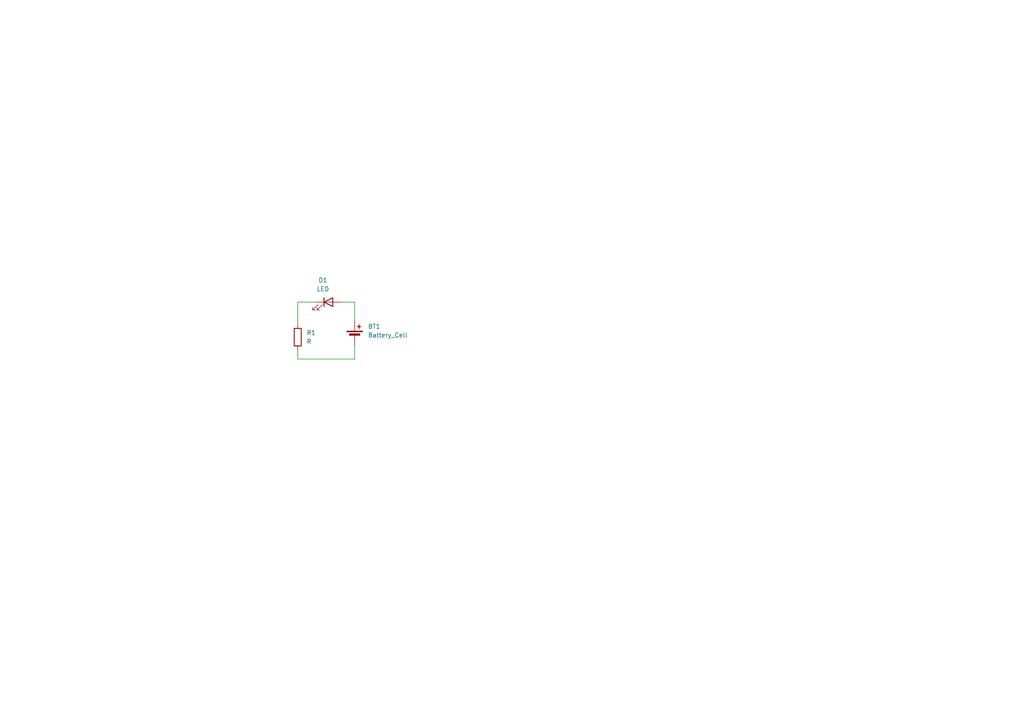
<source format=kicad_sch>
(kicad_sch (version 20231120) (generator "eeschema") (generator_version "8.0")
  (paper "A4")
  (lib_symbols
    (symbol "Device:Battery_Cell" (pin_numbers hide) (pin_names (offset 0) hide)
      (property "Reference" "BT" (at 2.54 2.54 0))
      (property "Value" "Battery_Cell" (at 2.54 0 0))
      (symbol "Battery_Cell_0_1"
        (rectangle (start -2.286 1.778) (end 2.286 1.524) (fill (type outline)))
        (rectangle (start -1.524 1.016) (end 1.524 0.508) (fill (type outline)))
        (polyline (pts (xy 0 0.762) (xy 0 0)))
        (polyline (pts (xy 0 1.778) (xy 0 2.54)))
        (polyline (pts (xy 0.762 3.048) (xy 1.778 3.048)) (stroke (width 0.254)))
        (polyline (pts (xy 1.27 3.556) (xy 1.27 2.54)) (stroke (width 0.254)))
      )
      (symbol "Battery_Cell_1_1"
        (pin passive line (at 0 5.08 270) (length 2.54) (name "+") (number "1"))
        (pin passive line (at 0 -2.54 90) (length 2.54) (name "-") (number "2"))
      )
    )
    (symbol "Device:LED" (pin_numbers hide) (pin_names (offset 1.016) hide)
      (property "Reference" "D" (at 0 2.54 0))
      (property "Value" "LED" (at 0 -2.54 0))
      (symbol "LED_0_1"
        (polyline (pts (xy -1.27 -1.27) (xy -1.27 1.27)) (stroke (width 0.254)))
        (polyline (pts (xy -1.27 0) (xy 1.27 0)))
        (polyline (pts (xy 1.27 -1.27) (xy 1.27 1.27) (xy -1.27 0) (xy 1.27 -1.27)) (stroke (width 0.254)))
        (polyline (pts (xy -3.048 -0.762) (xy -4.572 -2.286) (xy -3.81 -2.286) (xy -4.572 -2.286) (xy -4.572 -1.524)))
        (polyline (pts (xy -1.778 -0.762) (xy -3.302 -2.286) (xy -2.54 -2.286) (xy -3.302 -2.286) (xy -3.302 -1.524)))
      )
      (symbol "LED_1_1"
        (pin passive line (at -3.81 0 0) (length 2.54) (name "K") (number "1"))
        (pin passive line (at 3.81 0 180) (length 2.54) (name "A") (number "2"))
      )
    )
    (symbol "Device:R" (pin_numbers hide) (pin_names (offset 0))
      (property "Reference" "R" (at 2.032 0 90))
      (property "Value" "R" (at 0 0 90))
      (symbol "R_0_1"
        (rectangle (start -1.016 -2.54) (end 1.016 2.54) (stroke (width 0.254)))
      )
      (symbol "R_1_1"
        (pin passive line (at 0 3.81 270) (length 1.27) (name "~") (number "1"))
        (pin passive line (at 0 -3.81 90) (length 1.27) (name "~") (number "2"))
      )
    )
  )
  (wire (pts (xy 102.87 87.63) (xy 102.87 92.71)))
  (wire (pts (xy 86.36 101.6) (xy 86.36 104.14)))
  (wire (pts (xy 102.87 100.33) (xy 102.87 104.14)))
  (wire (pts (xy 86.36 87.63) (xy 91.44 87.63)))
  (wire (pts (xy 102.87 104.14) (xy 86.36 104.14)))
  (wire (pts (xy 99.06 87.63) (xy 102.87 87.63)))
  (wire (pts (xy 86.36 93.98) (xy 86.36 87.63)))
  (symbol (lib_id "Device:LED") (at 95.25 87.63 0) (unit 1)
    (property "Reference" "D1" (at 93.6625 81.28 0))
    (property "Value" "LED" (at 93.6625 83.82 0))
    (property "Footprint" "LED_SMD:LED_1206_3216Metric" (effects (hide yes)))
    (property "Description" "Light emitting diode" (effects (hide yes)))
  )
  (symbol (lib_id "Device:R") (at 86.36 97.79 0) (unit 1)
    (property "Reference" "R1" (at 88.9 96.5199 0) (effects (justify left)))
    (property "Value" "R" (at 88.9 99.0599 0) (effects (justify left)))
    (property "Footprint" "Resistor_SMD:R_0201_0603Metric" (effects (hide yes)))
    (property "Description" "Resistor" (effects (hide yes)))
  )
  (symbol (lib_id "Device:Battery_Cell") (at 102.87 97.79 0) (unit 1)
    (property "Reference" "BT1" (at 106.68 94.6784 0) (effects (justify left)))
    (property "Value" "Battery_Cell" (at 106.68 97.2184 0) (effects (justify left)))
    (property "Footprint" "Battery:BatteryHolder_Keystone_3034_1x20mm" (effects (hide yes)))
    (property "Description" "Single-cell battery" (effects (hide yes)))
  )
)
</source>
